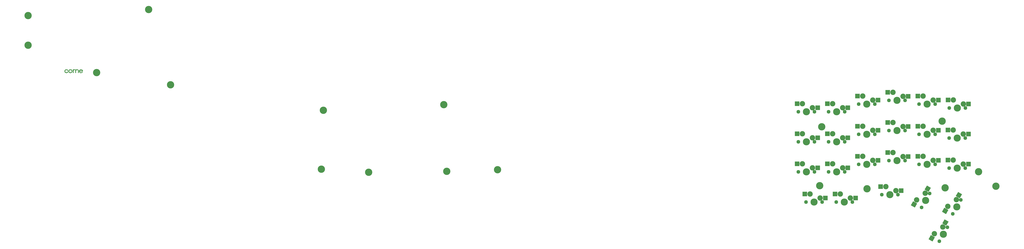
<source format=gbr>
%TF.GenerationSoftware,KiCad,Pcbnew,(5.1.6-0-10_14)*%
%TF.CreationDate,2020-09-30T16:11:26+02:00*%
%TF.ProjectId,corne-top-plate,636f726e-652d-4746-9f70-2d706c617465,2.1*%
%TF.SameCoordinates,Original*%
%TF.FileFunction,Soldermask,Top*%
%TF.FilePolarity,Negative*%
%FSLAX46Y46*%
G04 Gerber Fmt 4.6, Leading zero omitted, Abs format (unit mm)*
G04 Created by KiCad (PCBNEW (5.1.6-0-10_14)) date 2020-09-30 16:11:26*
%MOMM*%
%LPD*%
G01*
G04 APERTURE LIST*
%ADD10C,0.010000*%
%ADD11C,4.600000*%
%ADD12R,2.950000X2.900000*%
%ADD13C,4.500000*%
%ADD14C,2.300000*%
%ADD15C,3.400000*%
%ADD16C,0.100000*%
G04 APERTURE END LIST*
D10*
%TO.C,G\u002A\u002A\u002A*%
G36*
X-108449451Y-50596988D02*
G01*
X-108334752Y-50623102D01*
X-108113650Y-50713639D01*
X-107922207Y-50840036D01*
X-107765278Y-50997988D01*
X-107647718Y-51183188D01*
X-107613063Y-51263254D01*
X-107579036Y-51356731D01*
X-107567417Y-51415761D01*
X-107584702Y-51448261D01*
X-107637388Y-51462149D01*
X-107731971Y-51465343D01*
X-107778931Y-51465400D01*
X-107992861Y-51465399D01*
X-108023767Y-51371754D01*
X-108090357Y-51245894D01*
X-108196862Y-51134503D01*
X-108333037Y-51044012D01*
X-108488636Y-50980854D01*
X-108653415Y-50951461D01*
X-108695301Y-50950142D01*
X-108877631Y-50972910D01*
X-109047935Y-51037221D01*
X-109197484Y-51137089D01*
X-109317547Y-51266526D01*
X-109399395Y-51419547D01*
X-109405593Y-51437267D01*
X-109439144Y-51595924D01*
X-109444927Y-51771402D01*
X-109424241Y-51945327D01*
X-109378387Y-52099322D01*
X-109355325Y-52147531D01*
X-109249596Y-52298138D01*
X-109114721Y-52410303D01*
X-108967398Y-52481915D01*
X-108788711Y-52524926D01*
X-108609241Y-52524773D01*
X-108437428Y-52484785D01*
X-108281710Y-52408291D01*
X-108150526Y-52298622D01*
X-108052316Y-52159106D01*
X-108030733Y-52112389D01*
X-107984100Y-51998990D01*
X-107774550Y-51998895D01*
X-107671832Y-51999561D01*
X-107609716Y-52003620D01*
X-107578005Y-52013992D01*
X-107566503Y-52033594D01*
X-107565000Y-52058887D01*
X-107580525Y-52133902D01*
X-107622076Y-52233781D01*
X-107682122Y-52345252D01*
X-107753131Y-52455041D01*
X-107827571Y-52549876D01*
X-107866462Y-52590119D01*
X-108046236Y-52725131D01*
X-108255093Y-52825811D01*
X-108481940Y-52888913D01*
X-108715682Y-52911194D01*
X-108911200Y-52895664D01*
X-109104413Y-52844943D01*
X-109292049Y-52761877D01*
X-109461740Y-52653860D01*
X-109601117Y-52528289D01*
X-109668011Y-52443165D01*
X-109749340Y-52308841D01*
X-109805230Y-52183887D01*
X-109839809Y-52053138D01*
X-109857207Y-51901430D01*
X-109861586Y-51732100D01*
X-109860081Y-51591194D01*
X-109854379Y-51487188D01*
X-109842702Y-51406236D01*
X-109823270Y-51334494D01*
X-109803649Y-51281197D01*
X-109698003Y-51081543D01*
X-109551738Y-50905026D01*
X-109372624Y-50759316D01*
X-109168431Y-50652085D01*
X-109165200Y-50650802D01*
X-109009217Y-50606914D01*
X-108825245Y-50582892D01*
X-108632313Y-50579372D01*
X-108449451Y-50596988D01*
G37*
X-108449451Y-50596988D02*
X-108334752Y-50623102D01*
X-108113650Y-50713639D01*
X-107922207Y-50840036D01*
X-107765278Y-50997988D01*
X-107647718Y-51183188D01*
X-107613063Y-51263254D01*
X-107579036Y-51356731D01*
X-107567417Y-51415761D01*
X-107584702Y-51448261D01*
X-107637388Y-51462149D01*
X-107731971Y-51465343D01*
X-107778931Y-51465400D01*
X-107992861Y-51465399D01*
X-108023767Y-51371754D01*
X-108090357Y-51245894D01*
X-108196862Y-51134503D01*
X-108333037Y-51044012D01*
X-108488636Y-50980854D01*
X-108653415Y-50951461D01*
X-108695301Y-50950142D01*
X-108877631Y-50972910D01*
X-109047935Y-51037221D01*
X-109197484Y-51137089D01*
X-109317547Y-51266526D01*
X-109399395Y-51419547D01*
X-109405593Y-51437267D01*
X-109439144Y-51595924D01*
X-109444927Y-51771402D01*
X-109424241Y-51945327D01*
X-109378387Y-52099322D01*
X-109355325Y-52147531D01*
X-109249596Y-52298138D01*
X-109114721Y-52410303D01*
X-108967398Y-52481915D01*
X-108788711Y-52524926D01*
X-108609241Y-52524773D01*
X-108437428Y-52484785D01*
X-108281710Y-52408291D01*
X-108150526Y-52298622D01*
X-108052316Y-52159106D01*
X-108030733Y-52112389D01*
X-107984100Y-51998990D01*
X-107774550Y-51998895D01*
X-107671832Y-51999561D01*
X-107609716Y-52003620D01*
X-107578005Y-52013992D01*
X-107566503Y-52033594D01*
X-107565000Y-52058887D01*
X-107580525Y-52133902D01*
X-107622076Y-52233781D01*
X-107682122Y-52345252D01*
X-107753131Y-52455041D01*
X-107827571Y-52549876D01*
X-107866462Y-52590119D01*
X-108046236Y-52725131D01*
X-108255093Y-52825811D01*
X-108481940Y-52888913D01*
X-108715682Y-52911194D01*
X-108911200Y-52895664D01*
X-109104413Y-52844943D01*
X-109292049Y-52761877D01*
X-109461740Y-52653860D01*
X-109601117Y-52528289D01*
X-109668011Y-52443165D01*
X-109749340Y-52308841D01*
X-109805230Y-52183887D01*
X-109839809Y-52053138D01*
X-109857207Y-51901430D01*
X-109861586Y-51732100D01*
X-109860081Y-51591194D01*
X-109854379Y-51487188D01*
X-109842702Y-51406236D01*
X-109823270Y-51334494D01*
X-109803649Y-51281197D01*
X-109698003Y-51081543D01*
X-109551738Y-50905026D01*
X-109372624Y-50759316D01*
X-109168431Y-50652085D01*
X-109165200Y-50650802D01*
X-109009217Y-50606914D01*
X-108825245Y-50582892D01*
X-108632313Y-50579372D01*
X-108449451Y-50596988D01*
G36*
X-106066514Y-50582840D02*
G01*
X-105813060Y-50618111D01*
X-105584975Y-50694807D01*
X-105385325Y-50810865D01*
X-105217175Y-50964222D01*
X-105083592Y-51152816D01*
X-105019044Y-51287600D01*
X-104987482Y-51401705D01*
X-104967215Y-51549371D01*
X-104958470Y-51714580D01*
X-104961475Y-51881313D01*
X-104976457Y-52033551D01*
X-105003644Y-52155275D01*
X-105006595Y-52163900D01*
X-105102981Y-52361172D01*
X-105242225Y-52537574D01*
X-105418821Y-52687769D01*
X-105627259Y-52806421D01*
X-105702160Y-52837770D01*
X-105834179Y-52874019D01*
X-105997165Y-52897467D01*
X-106172719Y-52907287D01*
X-106342440Y-52902650D01*
X-106487926Y-52882729D01*
X-106520747Y-52874599D01*
X-106734647Y-52792401D01*
X-106929379Y-52674093D01*
X-107096345Y-52526635D01*
X-107226944Y-52356986D01*
X-107277818Y-52261895D01*
X-107316163Y-52159102D01*
X-107350349Y-52034876D01*
X-107370401Y-51931628D01*
X-107377752Y-51790224D01*
X-106953426Y-51790224D01*
X-106939091Y-51937866D01*
X-106918959Y-52019207D01*
X-106865706Y-52131941D01*
X-106785305Y-52247333D01*
X-106691322Y-52348702D01*
X-106597326Y-52419365D01*
X-106590542Y-52423020D01*
X-106393802Y-52499118D01*
X-106188811Y-52529463D01*
X-105985396Y-52513243D01*
X-105872836Y-52482468D01*
X-105695556Y-52395347D01*
X-105551090Y-52271677D01*
X-105443913Y-52115341D01*
X-105439480Y-52106466D01*
X-105386490Y-51950401D01*
X-105364507Y-51773298D01*
X-105373861Y-51594017D01*
X-105414879Y-51431421D01*
X-105427211Y-51401900D01*
X-105524542Y-51242906D01*
X-105652239Y-51118092D01*
X-105802936Y-51027623D01*
X-105969264Y-50971666D01*
X-106143858Y-50950386D01*
X-106319351Y-50963949D01*
X-106488376Y-51012522D01*
X-106643566Y-51096270D01*
X-106777555Y-51215360D01*
X-106882535Y-51369101D01*
X-106924081Y-51486807D01*
X-106948067Y-51633526D01*
X-106953426Y-51790224D01*
X-107377752Y-51790224D01*
X-107383262Y-51684236D01*
X-107350850Y-51449693D01*
X-107275650Y-51233052D01*
X-107160143Y-51039365D01*
X-107006813Y-50873687D01*
X-106818140Y-50741069D01*
X-106774081Y-50717803D01*
X-106599795Y-50643053D01*
X-106428470Y-50598281D01*
X-106242595Y-50580147D01*
X-106066514Y-50582840D01*
G37*
X-106066514Y-50582840D02*
X-105813060Y-50618111D01*
X-105584975Y-50694807D01*
X-105385325Y-50810865D01*
X-105217175Y-50964222D01*
X-105083592Y-51152816D01*
X-105019044Y-51287600D01*
X-104987482Y-51401705D01*
X-104967215Y-51549371D01*
X-104958470Y-51714580D01*
X-104961475Y-51881313D01*
X-104976457Y-52033551D01*
X-105003644Y-52155275D01*
X-105006595Y-52163900D01*
X-105102981Y-52361172D01*
X-105242225Y-52537574D01*
X-105418821Y-52687769D01*
X-105627259Y-52806421D01*
X-105702160Y-52837770D01*
X-105834179Y-52874019D01*
X-105997165Y-52897467D01*
X-106172719Y-52907287D01*
X-106342440Y-52902650D01*
X-106487926Y-52882729D01*
X-106520747Y-52874599D01*
X-106734647Y-52792401D01*
X-106929379Y-52674093D01*
X-107096345Y-52526635D01*
X-107226944Y-52356986D01*
X-107277818Y-52261895D01*
X-107316163Y-52159102D01*
X-107350349Y-52034876D01*
X-107370401Y-51931628D01*
X-107377752Y-51790224D01*
X-106953426Y-51790224D01*
X-106939091Y-51937866D01*
X-106918959Y-52019207D01*
X-106865706Y-52131941D01*
X-106785305Y-52247333D01*
X-106691322Y-52348702D01*
X-106597326Y-52419365D01*
X-106590542Y-52423020D01*
X-106393802Y-52499118D01*
X-106188811Y-52529463D01*
X-105985396Y-52513243D01*
X-105872836Y-52482468D01*
X-105695556Y-52395347D01*
X-105551090Y-52271677D01*
X-105443913Y-52115341D01*
X-105439480Y-52106466D01*
X-105386490Y-51950401D01*
X-105364507Y-51773298D01*
X-105373861Y-51594017D01*
X-105414879Y-51431421D01*
X-105427211Y-51401900D01*
X-105524542Y-51242906D01*
X-105652239Y-51118092D01*
X-105802936Y-51027623D01*
X-105969264Y-50971666D01*
X-106143858Y-50950386D01*
X-106319351Y-50963949D01*
X-106488376Y-51012522D01*
X-106643566Y-51096270D01*
X-106777555Y-51215360D01*
X-106882535Y-51369101D01*
X-106924081Y-51486807D01*
X-106948067Y-51633526D01*
X-106953426Y-51790224D01*
X-107377752Y-51790224D01*
X-107383262Y-51684236D01*
X-107350850Y-51449693D01*
X-107275650Y-51233052D01*
X-107160143Y-51039365D01*
X-107006813Y-50873687D01*
X-106818140Y-50741069D01*
X-106774081Y-50717803D01*
X-106599795Y-50643053D01*
X-106428470Y-50598281D01*
X-106242595Y-50580147D01*
X-106066514Y-50582840D01*
G36*
X-99274970Y-50599406D02*
G01*
X-99052606Y-50665705D01*
X-98854367Y-50771213D01*
X-98684421Y-50911847D01*
X-98546941Y-51083524D01*
X-98446096Y-51282162D01*
X-98386057Y-51503678D01*
X-98370200Y-51699336D01*
X-98370200Y-51846400D01*
X-100275200Y-51846400D01*
X-100275200Y-51919498D01*
X-100252283Y-52042649D01*
X-100188845Y-52170172D01*
X-100092857Y-52291298D01*
X-99972289Y-52395256D01*
X-99883112Y-52449239D01*
X-99747258Y-52500647D01*
X-99586596Y-52525683D01*
X-99573628Y-52526596D01*
X-99391371Y-52524127D01*
X-99237697Y-52487329D01*
X-99100005Y-52411614D01*
X-98985307Y-52312419D01*
X-98849487Y-52176600D01*
X-98646232Y-52176600D01*
X-98545689Y-52177246D01*
X-98486467Y-52181122D01*
X-98459090Y-52191133D01*
X-98454081Y-52210182D01*
X-98459770Y-52233750D01*
X-98498083Y-52319398D01*
X-98563001Y-52422086D01*
X-98642726Y-52525606D01*
X-98725456Y-52613746D01*
X-98755643Y-52640173D01*
X-98954510Y-52769773D01*
X-99177198Y-52859237D01*
X-99413904Y-52906509D01*
X-99654827Y-52909535D01*
X-99866143Y-52873004D01*
X-100087255Y-52788879D01*
X-100282075Y-52665023D01*
X-100445675Y-52506554D01*
X-100573126Y-52318590D01*
X-100659499Y-52106249D01*
X-100678656Y-52029299D01*
X-100709192Y-51779242D01*
X-100695459Y-51539661D01*
X-100683278Y-51490800D01*
X-100273943Y-51490800D01*
X-99550672Y-51490800D01*
X-99338086Y-51490528D01*
X-99171001Y-51489521D01*
X-99044121Y-51487494D01*
X-98952149Y-51484158D01*
X-98889788Y-51479229D01*
X-98851741Y-51472420D01*
X-98832712Y-51463444D01*
X-98827403Y-51452014D01*
X-98827400Y-51451688D01*
X-98847777Y-51369758D01*
X-98902475Y-51274173D01*
X-98981848Y-51176722D01*
X-99076252Y-51089195D01*
X-99176039Y-51023383D01*
X-99179097Y-51021826D01*
X-99318153Y-50974277D01*
X-99482267Y-50953014D01*
X-99653072Y-50957960D01*
X-99812202Y-50989039D01*
X-99903940Y-51024844D01*
X-100050474Y-51126486D01*
X-100169351Y-51267797D01*
X-100249735Y-51427127D01*
X-100273943Y-51490800D01*
X-100683278Y-51490800D01*
X-100639633Y-51315735D01*
X-100543894Y-51112643D01*
X-100410421Y-50935563D01*
X-100241392Y-50789672D01*
X-100128501Y-50721689D01*
X-99933897Y-50637746D01*
X-99736574Y-50590901D01*
X-99517287Y-50576400D01*
X-99274970Y-50599406D01*
G37*
X-99274970Y-50599406D02*
X-99052606Y-50665705D01*
X-98854367Y-50771213D01*
X-98684421Y-50911847D01*
X-98546941Y-51083524D01*
X-98446096Y-51282162D01*
X-98386057Y-51503678D01*
X-98370200Y-51699336D01*
X-98370200Y-51846400D01*
X-100275200Y-51846400D01*
X-100275200Y-51919498D01*
X-100252283Y-52042649D01*
X-100188845Y-52170172D01*
X-100092857Y-52291298D01*
X-99972289Y-52395256D01*
X-99883112Y-52449239D01*
X-99747258Y-52500647D01*
X-99586596Y-52525683D01*
X-99573628Y-52526596D01*
X-99391371Y-52524127D01*
X-99237697Y-52487329D01*
X-99100005Y-52411614D01*
X-98985307Y-52312419D01*
X-98849487Y-52176600D01*
X-98646232Y-52176600D01*
X-98545689Y-52177246D01*
X-98486467Y-52181122D01*
X-98459090Y-52191133D01*
X-98454081Y-52210182D01*
X-98459770Y-52233750D01*
X-98498083Y-52319398D01*
X-98563001Y-52422086D01*
X-98642726Y-52525606D01*
X-98725456Y-52613746D01*
X-98755643Y-52640173D01*
X-98954510Y-52769773D01*
X-99177198Y-52859237D01*
X-99413904Y-52906509D01*
X-99654827Y-52909535D01*
X-99866143Y-52873004D01*
X-100087255Y-52788879D01*
X-100282075Y-52665023D01*
X-100445675Y-52506554D01*
X-100573126Y-52318590D01*
X-100659499Y-52106249D01*
X-100678656Y-52029299D01*
X-100709192Y-51779242D01*
X-100695459Y-51539661D01*
X-100683278Y-51490800D01*
X-100273943Y-51490800D01*
X-99550672Y-51490800D01*
X-99338086Y-51490528D01*
X-99171001Y-51489521D01*
X-99044121Y-51487494D01*
X-98952149Y-51484158D01*
X-98889788Y-51479229D01*
X-98851741Y-51472420D01*
X-98832712Y-51463444D01*
X-98827403Y-51452014D01*
X-98827400Y-51451688D01*
X-98847777Y-51369758D01*
X-98902475Y-51274173D01*
X-98981848Y-51176722D01*
X-99076252Y-51089195D01*
X-99176039Y-51023383D01*
X-99179097Y-51021826D01*
X-99318153Y-50974277D01*
X-99482267Y-50953014D01*
X-99653072Y-50957960D01*
X-99812202Y-50989039D01*
X-99903940Y-51024844D01*
X-100050474Y-51126486D01*
X-100169351Y-51267797D01*
X-100249735Y-51427127D01*
X-100273943Y-51490800D01*
X-100683278Y-51490800D01*
X-100639633Y-51315735D01*
X-100543894Y-51112643D01*
X-100410421Y-50935563D01*
X-100241392Y-50789672D01*
X-100128501Y-50721689D01*
X-99933897Y-50637746D01*
X-99736574Y-50590901D01*
X-99517287Y-50576400D01*
X-99274970Y-50599406D01*
G36*
X-103469263Y-50566436D02*
G01*
X-103323200Y-50582961D01*
X-103323200Y-50953729D01*
X-103456550Y-50940068D01*
X-103640649Y-50945139D01*
X-103810048Y-50996922D01*
X-103958619Y-51092056D01*
X-104080234Y-51227179D01*
X-104129111Y-51308869D01*
X-104212200Y-51469838D01*
X-104212200Y-52862400D01*
X-104644000Y-52862400D01*
X-104644000Y-50599745D01*
X-104434450Y-50607122D01*
X-104224900Y-50614500D01*
X-104199500Y-50836358D01*
X-104148731Y-50779946D01*
X-104030554Y-50683357D01*
X-103878702Y-50612267D01*
X-103705458Y-50570536D01*
X-103523110Y-50562025D01*
X-103469263Y-50566436D01*
G37*
X-103469263Y-50566436D02*
X-103323200Y-50582961D01*
X-103323200Y-50953729D01*
X-103456550Y-50940068D01*
X-103640649Y-50945139D01*
X-103810048Y-50996922D01*
X-103958619Y-51092056D01*
X-104080234Y-51227179D01*
X-104129111Y-51308869D01*
X-104212200Y-51469838D01*
X-104212200Y-52862400D01*
X-104644000Y-52862400D01*
X-104644000Y-50599745D01*
X-104434450Y-50607122D01*
X-104224900Y-50614500D01*
X-104199500Y-50836358D01*
X-104148731Y-50779946D01*
X-104030554Y-50683357D01*
X-103878702Y-50612267D01*
X-103705458Y-50570536D01*
X-103523110Y-50562025D01*
X-103469263Y-50566436D01*
G36*
X-101807009Y-50589791D02*
G01*
X-101712925Y-50593451D01*
X-101642510Y-50602455D01*
X-101582199Y-50619181D01*
X-101518430Y-50646005D01*
X-101464249Y-50672171D01*
X-101293202Y-50780513D01*
X-101159952Y-50919673D01*
X-101062621Y-51092378D01*
X-100999332Y-51301354D01*
X-100987925Y-51363800D01*
X-100980636Y-51434770D01*
X-100974097Y-51547525D01*
X-100968597Y-51693049D01*
X-100964426Y-51862330D01*
X-100961873Y-52046353D01*
X-100961192Y-52195650D01*
X-100961000Y-52862400D01*
X-101392800Y-52862400D01*
X-101392800Y-52143110D01*
X-101393407Y-51914457D01*
X-101395400Y-51730758D01*
X-101399037Y-51586177D01*
X-101404578Y-51474882D01*
X-101412281Y-51391037D01*
X-101422405Y-51328809D01*
X-101430303Y-51297534D01*
X-101495063Y-51159307D01*
X-101595970Y-51056106D01*
X-101731397Y-50988984D01*
X-101899720Y-50958999D01*
X-101954188Y-50957400D01*
X-102116659Y-50967817D01*
X-102246638Y-51002694D01*
X-102358736Y-51067472D01*
X-102438640Y-51137726D01*
X-102492827Y-51194731D01*
X-102536209Y-51250501D01*
X-102569977Y-51311365D01*
X-102595321Y-51383652D01*
X-102613433Y-51473689D01*
X-102625504Y-51587805D01*
X-102632723Y-51732327D01*
X-102636283Y-51913585D01*
X-102637374Y-52137907D01*
X-102637400Y-52193910D01*
X-102637400Y-52862400D01*
X-103069200Y-52862400D01*
X-103069200Y-50601800D01*
X-102637400Y-50601800D01*
X-102637400Y-50859707D01*
X-102555136Y-50777442D01*
X-102468748Y-50701836D01*
X-102378045Y-50648569D01*
X-102272022Y-50614282D01*
X-102139676Y-50595616D01*
X-101970005Y-50589211D01*
X-101938326Y-50589100D01*
X-101807009Y-50589791D01*
G37*
X-101807009Y-50589791D02*
X-101712925Y-50593451D01*
X-101642510Y-50602455D01*
X-101582199Y-50619181D01*
X-101518430Y-50646005D01*
X-101464249Y-50672171D01*
X-101293202Y-50780513D01*
X-101159952Y-50919673D01*
X-101062621Y-51092378D01*
X-100999332Y-51301354D01*
X-100987925Y-51363800D01*
X-100980636Y-51434770D01*
X-100974097Y-51547525D01*
X-100968597Y-51693049D01*
X-100964426Y-51862330D01*
X-100961873Y-52046353D01*
X-100961192Y-52195650D01*
X-100961000Y-52862400D01*
X-101392800Y-52862400D01*
X-101392800Y-52143110D01*
X-101393407Y-51914457D01*
X-101395400Y-51730758D01*
X-101399037Y-51586177D01*
X-101404578Y-51474882D01*
X-101412281Y-51391037D01*
X-101422405Y-51328809D01*
X-101430303Y-51297534D01*
X-101495063Y-51159307D01*
X-101595970Y-51056106D01*
X-101731397Y-50988984D01*
X-101899720Y-50958999D01*
X-101954188Y-50957400D01*
X-102116659Y-50967817D01*
X-102246638Y-51002694D01*
X-102358736Y-51067472D01*
X-102438640Y-51137726D01*
X-102492827Y-51194731D01*
X-102536209Y-51250501D01*
X-102569977Y-51311365D01*
X-102595321Y-51383652D01*
X-102613433Y-51473689D01*
X-102625504Y-51587805D01*
X-102632723Y-51732327D01*
X-102636283Y-51913585D01*
X-102637374Y-52137907D01*
X-102637400Y-52193910D01*
X-102637400Y-52862400D01*
X-103069200Y-52862400D01*
X-103069200Y-50601800D01*
X-102637400Y-50601800D01*
X-102637400Y-50859707D01*
X-102555136Y-50777442D01*
X-102468748Y-50701836D01*
X-102378045Y-50648569D01*
X-102272022Y-50614282D01*
X-102139676Y-50595616D01*
X-101970005Y-50589211D01*
X-101938326Y-50589100D01*
X-101807009Y-50589791D01*
%TD*%
D11*
%TO.C,Ref\u002A\u002A*%
X51934500Y-113581000D03*
%TD*%
%TO.C,Ref\u002A\u002A*%
X130970000Y-114971000D03*
%TD*%
%TO.C,Ref\u002A\u002A*%
X81735500Y-115599000D03*
%TD*%
%TO.C,Ref\u002A\u002A*%
X129103500Y-72916500D03*
%TD*%
%TO.C,Ref\u002A\u002A*%
X53246000Y-76416500D03*
%TD*%
%TO.C,Ref\u002A\u002A*%
X162974000Y-113955000D03*
%TD*%
D12*
%TO.C,SW30*%
X402614500Y-89050000D03*
D13*
X395529500Y-91590000D03*
D14*
X390449500Y-91590000D03*
X400609500Y-91590000D03*
D12*
X389687500Y-86510000D03*
D15*
X399339500Y-89050000D03*
X392989500Y-86510000D03*
%TD*%
D16*
%TO.C,SW41*%
G36*
X445591558Y-149293914D02*
G01*
X443080084Y-147843914D01*
X444555084Y-145289140D01*
X447066558Y-146739140D01*
X445591558Y-149293914D01*
G37*
D13*
X443730526Y-154697317D03*
D14*
X441190526Y-159096726D03*
X446270526Y-150297908D03*
D16*
G36*
X436928354Y-159219024D02*
G01*
X434416880Y-157769024D01*
X435891880Y-155214250D01*
X438403354Y-156664250D01*
X436928354Y-159219024D01*
G37*
D15*
X443435821Y-150127760D03*
X438061117Y-154357022D03*
%TD*%
D11*
%TO.C,Ref\u002A\u002A*%
X367190000Y-86830500D03*
%TD*%
%TO.C,Ref\u002A\u002A*%
X443047500Y-83330500D03*
%TD*%
%TO.C,Ref\u002A\u002A*%
X395679500Y-126013000D03*
%TD*%
%TO.C,Ref\u002A\u002A*%
X444914000Y-125385000D03*
%TD*%
%TO.C,Ref\u002A\u002A*%
X365878500Y-123995000D03*
%TD*%
D12*
%TO.C,SW28*%
X364614500Y-93800000D03*
D13*
X357529500Y-96340000D03*
D14*
X352449500Y-96340000D03*
X362609500Y-96340000D03*
D12*
X351687500Y-91260000D03*
D15*
X361339500Y-93800000D03*
X354989500Y-91260000D03*
%TD*%
D12*
%TO.C,SW27*%
X459621500Y-72430000D03*
D13*
X452536500Y-74970000D03*
D14*
X447456500Y-74970000D03*
X457616500Y-74970000D03*
D12*
X446694500Y-69890000D03*
D15*
X456346500Y-72430000D03*
X449996500Y-69890000D03*
%TD*%
D12*
%TO.C,SW26*%
X440614500Y-70050000D03*
D13*
X433529500Y-72590000D03*
D14*
X428449500Y-72590000D03*
X438609500Y-72590000D03*
D12*
X427687500Y-67510000D03*
D15*
X437339500Y-70050000D03*
X430989500Y-67510000D03*
%TD*%
D12*
%TO.C,SW39*%
X459614500Y-110425000D03*
D13*
X452529500Y-112965000D03*
D14*
X447449500Y-112965000D03*
X457609500Y-112965000D03*
D12*
X446687500Y-107885000D03*
D15*
X456339500Y-110425000D03*
X449989500Y-107885000D03*
%TD*%
D12*
%TO.C,SW29*%
X383614500Y-93800000D03*
D13*
X376529500Y-96340000D03*
D14*
X371449500Y-96340000D03*
X381609500Y-96340000D03*
D12*
X370687500Y-91260000D03*
D15*
X380339500Y-93800000D03*
X373989500Y-91260000D03*
%TD*%
D12*
%TO.C,SW24*%
X402614500Y-70050000D03*
D13*
X395529500Y-72590000D03*
D14*
X390449500Y-72590000D03*
X400609500Y-72590000D03*
D12*
X389687500Y-67510000D03*
D15*
X399339500Y-70050000D03*
X392989500Y-67510000D03*
%TD*%
D12*
%TO.C,SW25*%
X421614500Y-67675000D03*
D13*
X414529500Y-70215000D03*
D14*
X409449500Y-70215000D03*
X419609500Y-70215000D03*
D12*
X408687500Y-65135000D03*
D15*
X418339500Y-67675000D03*
X411989500Y-65135000D03*
%TD*%
D12*
%TO.C,SW35*%
X383614500Y-112800000D03*
D13*
X376529500Y-115340000D03*
D14*
X371449500Y-115340000D03*
X381609500Y-115340000D03*
D12*
X370687500Y-110260000D03*
D15*
X380339500Y-112800000D03*
X373989500Y-110260000D03*
%TD*%
D12*
%TO.C,SW33*%
X459614500Y-91425000D03*
D13*
X452529500Y-93965000D03*
D14*
X447449500Y-93965000D03*
X457609500Y-93965000D03*
D12*
X446687500Y-88885000D03*
D15*
X456339500Y-91425000D03*
X449989500Y-88885000D03*
%TD*%
D12*
%TO.C,SW22*%
X364614500Y-74800000D03*
D13*
X357529500Y-77340000D03*
D14*
X352449500Y-77340000D03*
X362609500Y-77340000D03*
D12*
X351687500Y-72260000D03*
D15*
X361339500Y-74800000D03*
X354989500Y-72260000D03*
%TD*%
D12*
%TO.C,SW23*%
X383614500Y-74800000D03*
D13*
X376529500Y-77340000D03*
D14*
X371449500Y-77340000D03*
X381609500Y-77340000D03*
D12*
X370687500Y-72260000D03*
D15*
X380339500Y-74800000D03*
X373989500Y-72260000D03*
%TD*%
D12*
%TO.C,SW37*%
X421614500Y-105675000D03*
D13*
X414529500Y-108215000D03*
D14*
X409449500Y-108215000D03*
X419609500Y-108215000D03*
D12*
X408687500Y-103135000D03*
D15*
X418339500Y-105675000D03*
X411989500Y-103135000D03*
%TD*%
D12*
%TO.C,SW31*%
X421614500Y-86675000D03*
D13*
X414529500Y-89215000D03*
D14*
X409449500Y-89215000D03*
X419609500Y-89215000D03*
D12*
X408687500Y-84135000D03*
D15*
X418339500Y-86675000D03*
X411989500Y-84135000D03*
%TD*%
D12*
%TO.C,SW32*%
X440614500Y-89050000D03*
D13*
X433529500Y-91590000D03*
D14*
X428449500Y-91590000D03*
X438609500Y-91590000D03*
D12*
X427687500Y-86510000D03*
D15*
X437339500Y-89050000D03*
X430989500Y-86510000D03*
%TD*%
D12*
%TO.C,SW34*%
X364614500Y-112800000D03*
D13*
X357529500Y-115340000D03*
D14*
X352449500Y-115340000D03*
X362609500Y-115340000D03*
D12*
X351687500Y-110260000D03*
D15*
X361339500Y-112800000D03*
X354989500Y-110260000D03*
%TD*%
D12*
%TO.C,SW38*%
X440614500Y-108050000D03*
D13*
X433529500Y-110590000D03*
D14*
X428449500Y-110590000D03*
X438609500Y-110590000D03*
D12*
X427687500Y-105510000D03*
D15*
X437339500Y-108050000D03*
X430989500Y-105510000D03*
%TD*%
D12*
%TO.C,SW48*%
X417144500Y-127167000D03*
D13*
X410059500Y-129707000D03*
D14*
X404979500Y-129707000D03*
X415139500Y-129707000D03*
D12*
X404217500Y-124627000D03*
D15*
X413869500Y-127167000D03*
X407519500Y-124627000D03*
%TD*%
D16*
%TO.C,SW42*%
G36*
X454100712Y-132015628D02*
G01*
X451589238Y-130565628D01*
X453064238Y-128010854D01*
X455575712Y-129460854D01*
X454100712Y-132015628D01*
G37*
D13*
X452239680Y-137419031D03*
D14*
X449699680Y-141818440D03*
X454779680Y-133019622D03*
D16*
G36*
X445437508Y-141940738D02*
G01*
X442926034Y-140490738D01*
X444401034Y-137935964D01*
X446912508Y-139385964D01*
X445437508Y-141940738D01*
G37*
D15*
X451944975Y-132849474D03*
X446570271Y-137078736D03*
%TD*%
D12*
%TO.C,SW46*%
X369440500Y-131850000D03*
D13*
X362355500Y-134390000D03*
D14*
X357275500Y-134390000D03*
X367435500Y-134390000D03*
D12*
X356513500Y-129310000D03*
D15*
X366165500Y-131850000D03*
X359815500Y-129310000D03*
%TD*%
D12*
%TO.C,SW36*%
X402614500Y-108050000D03*
D13*
X395529500Y-110590000D03*
D14*
X390449500Y-110590000D03*
X400609500Y-110590000D03*
D12*
X389687500Y-105510000D03*
D15*
X399339500Y-108050000D03*
X392989500Y-105510000D03*
%TD*%
D16*
%TO.C,SW40*%
G36*
X434462029Y-127907221D02*
G01*
X431950555Y-126457221D01*
X433425555Y-123902447D01*
X435937029Y-125352447D01*
X434462029Y-127907221D01*
G37*
D13*
X432600997Y-133310624D03*
D14*
X430060997Y-137710033D03*
X435140997Y-128911215D03*
D16*
G36*
X425798825Y-137832331D02*
G01*
X423287351Y-136382331D01*
X424762351Y-133827557D01*
X427273825Y-135277557D01*
X425798825Y-137832331D01*
G37*
D15*
X432306292Y-128741067D03*
X426931588Y-132970329D03*
%TD*%
D12*
%TO.C,SW47*%
X388490500Y-131850000D03*
D13*
X381405500Y-134390000D03*
D14*
X376325500Y-134390000D03*
X386485500Y-134390000D03*
D12*
X375563500Y-129310000D03*
D15*
X385215500Y-131850000D03*
X378865500Y-129310000D03*
%TD*%
D11*
%TO.C,Ref\u002A\u002A*%
X476918000Y-124369000D03*
%TD*%
%TO.C,Ref\u002A\u002A*%
X465996000Y-115225000D03*
%TD*%
%TO.C,*%
X-43094000Y-60396000D03*
%TD*%
%TO.C,*%
X-132844000Y-35396000D03*
%TD*%
%TO.C,*%
X-56844000Y-12896000D03*
%TD*%
%TO.C,*%
X-132844000Y-16646000D03*
%TD*%
%TO.C,*%
X-89594000Y-52646000D03*
%TD*%
M02*

</source>
